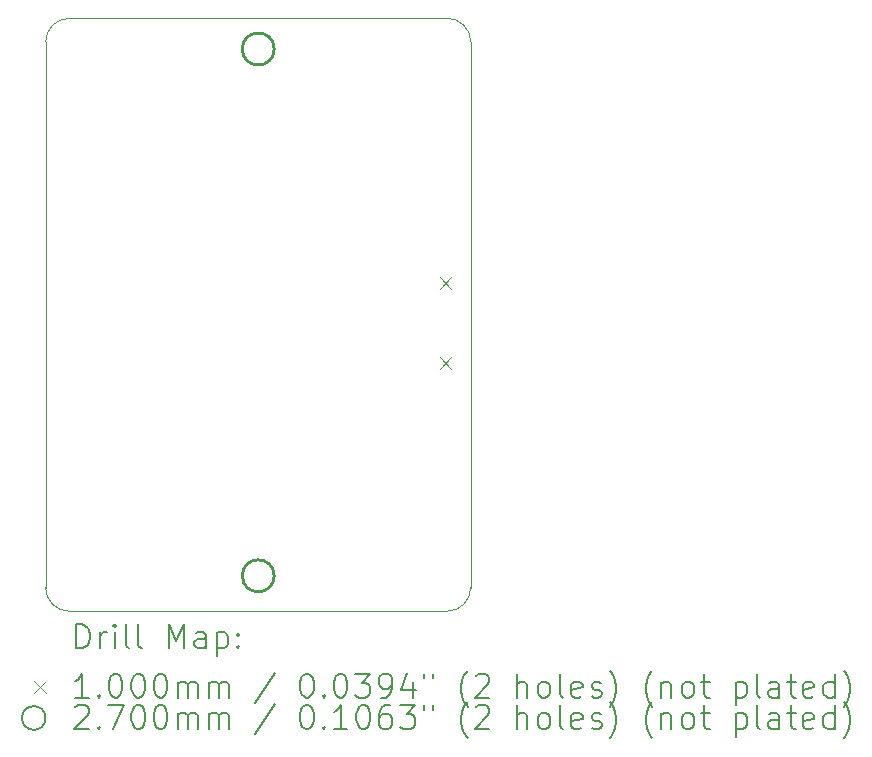
<source format=gbr>
%TF.GenerationSoftware,KiCad,Pcbnew,8.0.2*%
%TF.CreationDate,2024-08-19T18:01:00-05:00*%
%TF.ProjectId,tank,74616e6b-2e6b-4696-9361-645f70636258,rev?*%
%TF.SameCoordinates,Original*%
%TF.FileFunction,Drillmap*%
%TF.FilePolarity,Positive*%
%FSLAX45Y45*%
G04 Gerber Fmt 4.5, Leading zero omitted, Abs format (unit mm)*
G04 Created by KiCad (PCBNEW 8.0.2) date 2024-08-19 18:01:00*
%MOMM*%
%LPD*%
G01*
G04 APERTURE LIST*
%ADD10C,0.000254*%
%ADD11C,0.200000*%
%ADD12C,0.100000*%
%ADD13C,0.270000*%
G04 APERTURE END LIST*
D10*
X20088080Y-8678300D02*
X16888080Y-8678300D01*
X20088080Y-8678300D02*
G75*
G02*
X20288080Y-8878300I0J-200000D01*
G01*
X20288080Y-13498500D02*
X20288080Y-8878300D01*
X20288080Y-13498500D02*
G75*
G02*
X20088080Y-13698500I-200000J0D01*
G01*
X16888080Y-13698500D02*
X20088080Y-13698500D01*
X16888080Y-13698500D02*
G75*
G02*
X16688080Y-13498500I0J200000D01*
G01*
X16688080Y-8878300D02*
X16688080Y-13498500D01*
X16688080Y-8878300D02*
G75*
G02*
X16888080Y-8678300I200000J0D01*
G01*
D11*
D12*
X20023620Y-10867280D02*
X20123620Y-10967280D01*
X20123620Y-10867280D02*
X20023620Y-10967280D01*
X20023620Y-11547280D02*
X20123620Y-11647280D01*
X20123620Y-11547280D02*
X20023620Y-11647280D01*
D13*
X18623660Y-8938260D02*
G75*
G02*
X18353660Y-8938260I-135000J0D01*
G01*
X18353660Y-8938260D02*
G75*
G02*
X18623660Y-8938260I135000J0D01*
G01*
X18623660Y-13398500D02*
G75*
G02*
X18353660Y-13398500I-135000J0D01*
G01*
X18353660Y-13398500D02*
G75*
G02*
X18623660Y-13398500I135000J0D01*
G01*
D11*
X16948844Y-14009996D02*
X16948844Y-13809996D01*
X16948844Y-13809996D02*
X16996463Y-13809996D01*
X16996463Y-13809996D02*
X17025035Y-13819520D01*
X17025035Y-13819520D02*
X17044082Y-13838568D01*
X17044082Y-13838568D02*
X17053606Y-13857615D01*
X17053606Y-13857615D02*
X17063130Y-13895711D01*
X17063130Y-13895711D02*
X17063130Y-13924282D01*
X17063130Y-13924282D02*
X17053606Y-13962377D01*
X17053606Y-13962377D02*
X17044082Y-13981425D01*
X17044082Y-13981425D02*
X17025035Y-14000473D01*
X17025035Y-14000473D02*
X16996463Y-14009996D01*
X16996463Y-14009996D02*
X16948844Y-14009996D01*
X17148844Y-14009996D02*
X17148844Y-13876663D01*
X17148844Y-13914758D02*
X17158368Y-13895711D01*
X17158368Y-13895711D02*
X17167892Y-13886187D01*
X17167892Y-13886187D02*
X17186939Y-13876663D01*
X17186939Y-13876663D02*
X17205987Y-13876663D01*
X17272654Y-14009996D02*
X17272654Y-13876663D01*
X17272654Y-13809996D02*
X17263130Y-13819520D01*
X17263130Y-13819520D02*
X17272654Y-13829044D01*
X17272654Y-13829044D02*
X17282177Y-13819520D01*
X17282177Y-13819520D02*
X17272654Y-13809996D01*
X17272654Y-13809996D02*
X17272654Y-13829044D01*
X17396463Y-14009996D02*
X17377416Y-14000473D01*
X17377416Y-14000473D02*
X17367892Y-13981425D01*
X17367892Y-13981425D02*
X17367892Y-13809996D01*
X17501225Y-14009996D02*
X17482177Y-14000473D01*
X17482177Y-14000473D02*
X17472654Y-13981425D01*
X17472654Y-13981425D02*
X17472654Y-13809996D01*
X17729797Y-14009996D02*
X17729797Y-13809996D01*
X17729797Y-13809996D02*
X17796463Y-13952854D01*
X17796463Y-13952854D02*
X17863130Y-13809996D01*
X17863130Y-13809996D02*
X17863130Y-14009996D01*
X18044082Y-14009996D02*
X18044082Y-13905235D01*
X18044082Y-13905235D02*
X18034558Y-13886187D01*
X18034558Y-13886187D02*
X18015511Y-13876663D01*
X18015511Y-13876663D02*
X17977416Y-13876663D01*
X17977416Y-13876663D02*
X17958368Y-13886187D01*
X18044082Y-14000473D02*
X18025035Y-14009996D01*
X18025035Y-14009996D02*
X17977416Y-14009996D01*
X17977416Y-14009996D02*
X17958368Y-14000473D01*
X17958368Y-14000473D02*
X17948844Y-13981425D01*
X17948844Y-13981425D02*
X17948844Y-13962377D01*
X17948844Y-13962377D02*
X17958368Y-13943330D01*
X17958368Y-13943330D02*
X17977416Y-13933806D01*
X17977416Y-13933806D02*
X18025035Y-13933806D01*
X18025035Y-13933806D02*
X18044082Y-13924282D01*
X18139320Y-13876663D02*
X18139320Y-14076663D01*
X18139320Y-13886187D02*
X18158368Y-13876663D01*
X18158368Y-13876663D02*
X18196463Y-13876663D01*
X18196463Y-13876663D02*
X18215511Y-13886187D01*
X18215511Y-13886187D02*
X18225035Y-13895711D01*
X18225035Y-13895711D02*
X18234558Y-13914758D01*
X18234558Y-13914758D02*
X18234558Y-13971901D01*
X18234558Y-13971901D02*
X18225035Y-13990949D01*
X18225035Y-13990949D02*
X18215511Y-14000473D01*
X18215511Y-14000473D02*
X18196463Y-14009996D01*
X18196463Y-14009996D02*
X18158368Y-14009996D01*
X18158368Y-14009996D02*
X18139320Y-14000473D01*
X18320273Y-13990949D02*
X18329797Y-14000473D01*
X18329797Y-14000473D02*
X18320273Y-14009996D01*
X18320273Y-14009996D02*
X18310749Y-14000473D01*
X18310749Y-14000473D02*
X18320273Y-13990949D01*
X18320273Y-13990949D02*
X18320273Y-14009996D01*
X18320273Y-13886187D02*
X18329797Y-13895711D01*
X18329797Y-13895711D02*
X18320273Y-13905235D01*
X18320273Y-13905235D02*
X18310749Y-13895711D01*
X18310749Y-13895711D02*
X18320273Y-13886187D01*
X18320273Y-13886187D02*
X18320273Y-13905235D01*
D12*
X16588067Y-14288513D02*
X16688067Y-14388513D01*
X16688067Y-14288513D02*
X16588067Y-14388513D01*
D11*
X17053606Y-14429996D02*
X16939320Y-14429996D01*
X16996463Y-14429996D02*
X16996463Y-14229996D01*
X16996463Y-14229996D02*
X16977416Y-14258568D01*
X16977416Y-14258568D02*
X16958368Y-14277615D01*
X16958368Y-14277615D02*
X16939320Y-14287139D01*
X17139320Y-14410949D02*
X17148844Y-14420473D01*
X17148844Y-14420473D02*
X17139320Y-14429996D01*
X17139320Y-14429996D02*
X17129797Y-14420473D01*
X17129797Y-14420473D02*
X17139320Y-14410949D01*
X17139320Y-14410949D02*
X17139320Y-14429996D01*
X17272654Y-14229996D02*
X17291701Y-14229996D01*
X17291701Y-14229996D02*
X17310749Y-14239520D01*
X17310749Y-14239520D02*
X17320273Y-14249044D01*
X17320273Y-14249044D02*
X17329797Y-14268092D01*
X17329797Y-14268092D02*
X17339320Y-14306187D01*
X17339320Y-14306187D02*
X17339320Y-14353806D01*
X17339320Y-14353806D02*
X17329797Y-14391901D01*
X17329797Y-14391901D02*
X17320273Y-14410949D01*
X17320273Y-14410949D02*
X17310749Y-14420473D01*
X17310749Y-14420473D02*
X17291701Y-14429996D01*
X17291701Y-14429996D02*
X17272654Y-14429996D01*
X17272654Y-14429996D02*
X17253606Y-14420473D01*
X17253606Y-14420473D02*
X17244082Y-14410949D01*
X17244082Y-14410949D02*
X17234558Y-14391901D01*
X17234558Y-14391901D02*
X17225035Y-14353806D01*
X17225035Y-14353806D02*
X17225035Y-14306187D01*
X17225035Y-14306187D02*
X17234558Y-14268092D01*
X17234558Y-14268092D02*
X17244082Y-14249044D01*
X17244082Y-14249044D02*
X17253606Y-14239520D01*
X17253606Y-14239520D02*
X17272654Y-14229996D01*
X17463130Y-14229996D02*
X17482178Y-14229996D01*
X17482178Y-14229996D02*
X17501225Y-14239520D01*
X17501225Y-14239520D02*
X17510749Y-14249044D01*
X17510749Y-14249044D02*
X17520273Y-14268092D01*
X17520273Y-14268092D02*
X17529797Y-14306187D01*
X17529797Y-14306187D02*
X17529797Y-14353806D01*
X17529797Y-14353806D02*
X17520273Y-14391901D01*
X17520273Y-14391901D02*
X17510749Y-14410949D01*
X17510749Y-14410949D02*
X17501225Y-14420473D01*
X17501225Y-14420473D02*
X17482178Y-14429996D01*
X17482178Y-14429996D02*
X17463130Y-14429996D01*
X17463130Y-14429996D02*
X17444082Y-14420473D01*
X17444082Y-14420473D02*
X17434558Y-14410949D01*
X17434558Y-14410949D02*
X17425035Y-14391901D01*
X17425035Y-14391901D02*
X17415511Y-14353806D01*
X17415511Y-14353806D02*
X17415511Y-14306187D01*
X17415511Y-14306187D02*
X17425035Y-14268092D01*
X17425035Y-14268092D02*
X17434558Y-14249044D01*
X17434558Y-14249044D02*
X17444082Y-14239520D01*
X17444082Y-14239520D02*
X17463130Y-14229996D01*
X17653606Y-14229996D02*
X17672654Y-14229996D01*
X17672654Y-14229996D02*
X17691701Y-14239520D01*
X17691701Y-14239520D02*
X17701225Y-14249044D01*
X17701225Y-14249044D02*
X17710749Y-14268092D01*
X17710749Y-14268092D02*
X17720273Y-14306187D01*
X17720273Y-14306187D02*
X17720273Y-14353806D01*
X17720273Y-14353806D02*
X17710749Y-14391901D01*
X17710749Y-14391901D02*
X17701225Y-14410949D01*
X17701225Y-14410949D02*
X17691701Y-14420473D01*
X17691701Y-14420473D02*
X17672654Y-14429996D01*
X17672654Y-14429996D02*
X17653606Y-14429996D01*
X17653606Y-14429996D02*
X17634558Y-14420473D01*
X17634558Y-14420473D02*
X17625035Y-14410949D01*
X17625035Y-14410949D02*
X17615511Y-14391901D01*
X17615511Y-14391901D02*
X17605987Y-14353806D01*
X17605987Y-14353806D02*
X17605987Y-14306187D01*
X17605987Y-14306187D02*
X17615511Y-14268092D01*
X17615511Y-14268092D02*
X17625035Y-14249044D01*
X17625035Y-14249044D02*
X17634558Y-14239520D01*
X17634558Y-14239520D02*
X17653606Y-14229996D01*
X17805987Y-14429996D02*
X17805987Y-14296663D01*
X17805987Y-14315711D02*
X17815511Y-14306187D01*
X17815511Y-14306187D02*
X17834558Y-14296663D01*
X17834558Y-14296663D02*
X17863130Y-14296663D01*
X17863130Y-14296663D02*
X17882178Y-14306187D01*
X17882178Y-14306187D02*
X17891701Y-14325235D01*
X17891701Y-14325235D02*
X17891701Y-14429996D01*
X17891701Y-14325235D02*
X17901225Y-14306187D01*
X17901225Y-14306187D02*
X17920273Y-14296663D01*
X17920273Y-14296663D02*
X17948844Y-14296663D01*
X17948844Y-14296663D02*
X17967892Y-14306187D01*
X17967892Y-14306187D02*
X17977416Y-14325235D01*
X17977416Y-14325235D02*
X17977416Y-14429996D01*
X18072654Y-14429996D02*
X18072654Y-14296663D01*
X18072654Y-14315711D02*
X18082178Y-14306187D01*
X18082178Y-14306187D02*
X18101225Y-14296663D01*
X18101225Y-14296663D02*
X18129797Y-14296663D01*
X18129797Y-14296663D02*
X18148844Y-14306187D01*
X18148844Y-14306187D02*
X18158368Y-14325235D01*
X18158368Y-14325235D02*
X18158368Y-14429996D01*
X18158368Y-14325235D02*
X18167892Y-14306187D01*
X18167892Y-14306187D02*
X18186939Y-14296663D01*
X18186939Y-14296663D02*
X18215511Y-14296663D01*
X18215511Y-14296663D02*
X18234559Y-14306187D01*
X18234559Y-14306187D02*
X18244082Y-14325235D01*
X18244082Y-14325235D02*
X18244082Y-14429996D01*
X18634559Y-14220473D02*
X18463130Y-14477615D01*
X18891701Y-14229996D02*
X18910749Y-14229996D01*
X18910749Y-14229996D02*
X18929797Y-14239520D01*
X18929797Y-14239520D02*
X18939321Y-14249044D01*
X18939321Y-14249044D02*
X18948844Y-14268092D01*
X18948844Y-14268092D02*
X18958368Y-14306187D01*
X18958368Y-14306187D02*
X18958368Y-14353806D01*
X18958368Y-14353806D02*
X18948844Y-14391901D01*
X18948844Y-14391901D02*
X18939321Y-14410949D01*
X18939321Y-14410949D02*
X18929797Y-14420473D01*
X18929797Y-14420473D02*
X18910749Y-14429996D01*
X18910749Y-14429996D02*
X18891701Y-14429996D01*
X18891701Y-14429996D02*
X18872654Y-14420473D01*
X18872654Y-14420473D02*
X18863130Y-14410949D01*
X18863130Y-14410949D02*
X18853606Y-14391901D01*
X18853606Y-14391901D02*
X18844082Y-14353806D01*
X18844082Y-14353806D02*
X18844082Y-14306187D01*
X18844082Y-14306187D02*
X18853606Y-14268092D01*
X18853606Y-14268092D02*
X18863130Y-14249044D01*
X18863130Y-14249044D02*
X18872654Y-14239520D01*
X18872654Y-14239520D02*
X18891701Y-14229996D01*
X19044082Y-14410949D02*
X19053606Y-14420473D01*
X19053606Y-14420473D02*
X19044082Y-14429996D01*
X19044082Y-14429996D02*
X19034559Y-14420473D01*
X19034559Y-14420473D02*
X19044082Y-14410949D01*
X19044082Y-14410949D02*
X19044082Y-14429996D01*
X19177416Y-14229996D02*
X19196463Y-14229996D01*
X19196463Y-14229996D02*
X19215511Y-14239520D01*
X19215511Y-14239520D02*
X19225035Y-14249044D01*
X19225035Y-14249044D02*
X19234559Y-14268092D01*
X19234559Y-14268092D02*
X19244082Y-14306187D01*
X19244082Y-14306187D02*
X19244082Y-14353806D01*
X19244082Y-14353806D02*
X19234559Y-14391901D01*
X19234559Y-14391901D02*
X19225035Y-14410949D01*
X19225035Y-14410949D02*
X19215511Y-14420473D01*
X19215511Y-14420473D02*
X19196463Y-14429996D01*
X19196463Y-14429996D02*
X19177416Y-14429996D01*
X19177416Y-14429996D02*
X19158368Y-14420473D01*
X19158368Y-14420473D02*
X19148844Y-14410949D01*
X19148844Y-14410949D02*
X19139321Y-14391901D01*
X19139321Y-14391901D02*
X19129797Y-14353806D01*
X19129797Y-14353806D02*
X19129797Y-14306187D01*
X19129797Y-14306187D02*
X19139321Y-14268092D01*
X19139321Y-14268092D02*
X19148844Y-14249044D01*
X19148844Y-14249044D02*
X19158368Y-14239520D01*
X19158368Y-14239520D02*
X19177416Y-14229996D01*
X19310749Y-14229996D02*
X19434559Y-14229996D01*
X19434559Y-14229996D02*
X19367892Y-14306187D01*
X19367892Y-14306187D02*
X19396463Y-14306187D01*
X19396463Y-14306187D02*
X19415511Y-14315711D01*
X19415511Y-14315711D02*
X19425035Y-14325235D01*
X19425035Y-14325235D02*
X19434559Y-14344282D01*
X19434559Y-14344282D02*
X19434559Y-14391901D01*
X19434559Y-14391901D02*
X19425035Y-14410949D01*
X19425035Y-14410949D02*
X19415511Y-14420473D01*
X19415511Y-14420473D02*
X19396463Y-14429996D01*
X19396463Y-14429996D02*
X19339321Y-14429996D01*
X19339321Y-14429996D02*
X19320273Y-14420473D01*
X19320273Y-14420473D02*
X19310749Y-14410949D01*
X19529797Y-14429996D02*
X19567892Y-14429996D01*
X19567892Y-14429996D02*
X19586940Y-14420473D01*
X19586940Y-14420473D02*
X19596463Y-14410949D01*
X19596463Y-14410949D02*
X19615511Y-14382377D01*
X19615511Y-14382377D02*
X19625035Y-14344282D01*
X19625035Y-14344282D02*
X19625035Y-14268092D01*
X19625035Y-14268092D02*
X19615511Y-14249044D01*
X19615511Y-14249044D02*
X19605987Y-14239520D01*
X19605987Y-14239520D02*
X19586940Y-14229996D01*
X19586940Y-14229996D02*
X19548844Y-14229996D01*
X19548844Y-14229996D02*
X19529797Y-14239520D01*
X19529797Y-14239520D02*
X19520273Y-14249044D01*
X19520273Y-14249044D02*
X19510749Y-14268092D01*
X19510749Y-14268092D02*
X19510749Y-14315711D01*
X19510749Y-14315711D02*
X19520273Y-14334758D01*
X19520273Y-14334758D02*
X19529797Y-14344282D01*
X19529797Y-14344282D02*
X19548844Y-14353806D01*
X19548844Y-14353806D02*
X19586940Y-14353806D01*
X19586940Y-14353806D02*
X19605987Y-14344282D01*
X19605987Y-14344282D02*
X19615511Y-14334758D01*
X19615511Y-14334758D02*
X19625035Y-14315711D01*
X19796463Y-14296663D02*
X19796463Y-14429996D01*
X19748844Y-14220473D02*
X19701225Y-14363330D01*
X19701225Y-14363330D02*
X19825035Y-14363330D01*
X19891702Y-14229996D02*
X19891702Y-14268092D01*
X19967892Y-14229996D02*
X19967892Y-14268092D01*
X20263130Y-14506187D02*
X20253606Y-14496663D01*
X20253606Y-14496663D02*
X20234559Y-14468092D01*
X20234559Y-14468092D02*
X20225035Y-14449044D01*
X20225035Y-14449044D02*
X20215511Y-14420473D01*
X20215511Y-14420473D02*
X20205987Y-14372854D01*
X20205987Y-14372854D02*
X20205987Y-14334758D01*
X20205987Y-14334758D02*
X20215511Y-14287139D01*
X20215511Y-14287139D02*
X20225035Y-14258568D01*
X20225035Y-14258568D02*
X20234559Y-14239520D01*
X20234559Y-14239520D02*
X20253606Y-14210949D01*
X20253606Y-14210949D02*
X20263130Y-14201425D01*
X20329797Y-14249044D02*
X20339321Y-14239520D01*
X20339321Y-14239520D02*
X20358368Y-14229996D01*
X20358368Y-14229996D02*
X20405987Y-14229996D01*
X20405987Y-14229996D02*
X20425035Y-14239520D01*
X20425035Y-14239520D02*
X20434559Y-14249044D01*
X20434559Y-14249044D02*
X20444083Y-14268092D01*
X20444083Y-14268092D02*
X20444083Y-14287139D01*
X20444083Y-14287139D02*
X20434559Y-14315711D01*
X20434559Y-14315711D02*
X20320273Y-14429996D01*
X20320273Y-14429996D02*
X20444083Y-14429996D01*
X20682178Y-14429996D02*
X20682178Y-14229996D01*
X20767892Y-14429996D02*
X20767892Y-14325235D01*
X20767892Y-14325235D02*
X20758368Y-14306187D01*
X20758368Y-14306187D02*
X20739321Y-14296663D01*
X20739321Y-14296663D02*
X20710749Y-14296663D01*
X20710749Y-14296663D02*
X20691702Y-14306187D01*
X20691702Y-14306187D02*
X20682178Y-14315711D01*
X20891702Y-14429996D02*
X20872654Y-14420473D01*
X20872654Y-14420473D02*
X20863130Y-14410949D01*
X20863130Y-14410949D02*
X20853606Y-14391901D01*
X20853606Y-14391901D02*
X20853606Y-14334758D01*
X20853606Y-14334758D02*
X20863130Y-14315711D01*
X20863130Y-14315711D02*
X20872654Y-14306187D01*
X20872654Y-14306187D02*
X20891702Y-14296663D01*
X20891702Y-14296663D02*
X20920273Y-14296663D01*
X20920273Y-14296663D02*
X20939321Y-14306187D01*
X20939321Y-14306187D02*
X20948845Y-14315711D01*
X20948845Y-14315711D02*
X20958368Y-14334758D01*
X20958368Y-14334758D02*
X20958368Y-14391901D01*
X20958368Y-14391901D02*
X20948845Y-14410949D01*
X20948845Y-14410949D02*
X20939321Y-14420473D01*
X20939321Y-14420473D02*
X20920273Y-14429996D01*
X20920273Y-14429996D02*
X20891702Y-14429996D01*
X21072654Y-14429996D02*
X21053606Y-14420473D01*
X21053606Y-14420473D02*
X21044083Y-14401425D01*
X21044083Y-14401425D02*
X21044083Y-14229996D01*
X21225035Y-14420473D02*
X21205987Y-14429996D01*
X21205987Y-14429996D02*
X21167892Y-14429996D01*
X21167892Y-14429996D02*
X21148845Y-14420473D01*
X21148845Y-14420473D02*
X21139321Y-14401425D01*
X21139321Y-14401425D02*
X21139321Y-14325235D01*
X21139321Y-14325235D02*
X21148845Y-14306187D01*
X21148845Y-14306187D02*
X21167892Y-14296663D01*
X21167892Y-14296663D02*
X21205987Y-14296663D01*
X21205987Y-14296663D02*
X21225035Y-14306187D01*
X21225035Y-14306187D02*
X21234559Y-14325235D01*
X21234559Y-14325235D02*
X21234559Y-14344282D01*
X21234559Y-14344282D02*
X21139321Y-14363330D01*
X21310749Y-14420473D02*
X21329797Y-14429996D01*
X21329797Y-14429996D02*
X21367892Y-14429996D01*
X21367892Y-14429996D02*
X21386940Y-14420473D01*
X21386940Y-14420473D02*
X21396464Y-14401425D01*
X21396464Y-14401425D02*
X21396464Y-14391901D01*
X21396464Y-14391901D02*
X21386940Y-14372854D01*
X21386940Y-14372854D02*
X21367892Y-14363330D01*
X21367892Y-14363330D02*
X21339321Y-14363330D01*
X21339321Y-14363330D02*
X21320273Y-14353806D01*
X21320273Y-14353806D02*
X21310749Y-14334758D01*
X21310749Y-14334758D02*
X21310749Y-14325235D01*
X21310749Y-14325235D02*
X21320273Y-14306187D01*
X21320273Y-14306187D02*
X21339321Y-14296663D01*
X21339321Y-14296663D02*
X21367892Y-14296663D01*
X21367892Y-14296663D02*
X21386940Y-14306187D01*
X21463130Y-14506187D02*
X21472654Y-14496663D01*
X21472654Y-14496663D02*
X21491702Y-14468092D01*
X21491702Y-14468092D02*
X21501226Y-14449044D01*
X21501226Y-14449044D02*
X21510749Y-14420473D01*
X21510749Y-14420473D02*
X21520273Y-14372854D01*
X21520273Y-14372854D02*
X21520273Y-14334758D01*
X21520273Y-14334758D02*
X21510749Y-14287139D01*
X21510749Y-14287139D02*
X21501226Y-14258568D01*
X21501226Y-14258568D02*
X21491702Y-14239520D01*
X21491702Y-14239520D02*
X21472654Y-14210949D01*
X21472654Y-14210949D02*
X21463130Y-14201425D01*
X21825035Y-14506187D02*
X21815511Y-14496663D01*
X21815511Y-14496663D02*
X21796464Y-14468092D01*
X21796464Y-14468092D02*
X21786940Y-14449044D01*
X21786940Y-14449044D02*
X21777416Y-14420473D01*
X21777416Y-14420473D02*
X21767892Y-14372854D01*
X21767892Y-14372854D02*
X21767892Y-14334758D01*
X21767892Y-14334758D02*
X21777416Y-14287139D01*
X21777416Y-14287139D02*
X21786940Y-14258568D01*
X21786940Y-14258568D02*
X21796464Y-14239520D01*
X21796464Y-14239520D02*
X21815511Y-14210949D01*
X21815511Y-14210949D02*
X21825035Y-14201425D01*
X21901226Y-14296663D02*
X21901226Y-14429996D01*
X21901226Y-14315711D02*
X21910749Y-14306187D01*
X21910749Y-14306187D02*
X21929797Y-14296663D01*
X21929797Y-14296663D02*
X21958368Y-14296663D01*
X21958368Y-14296663D02*
X21977416Y-14306187D01*
X21977416Y-14306187D02*
X21986940Y-14325235D01*
X21986940Y-14325235D02*
X21986940Y-14429996D01*
X22110749Y-14429996D02*
X22091702Y-14420473D01*
X22091702Y-14420473D02*
X22082178Y-14410949D01*
X22082178Y-14410949D02*
X22072654Y-14391901D01*
X22072654Y-14391901D02*
X22072654Y-14334758D01*
X22072654Y-14334758D02*
X22082178Y-14315711D01*
X22082178Y-14315711D02*
X22091702Y-14306187D01*
X22091702Y-14306187D02*
X22110749Y-14296663D01*
X22110749Y-14296663D02*
X22139321Y-14296663D01*
X22139321Y-14296663D02*
X22158368Y-14306187D01*
X22158368Y-14306187D02*
X22167892Y-14315711D01*
X22167892Y-14315711D02*
X22177416Y-14334758D01*
X22177416Y-14334758D02*
X22177416Y-14391901D01*
X22177416Y-14391901D02*
X22167892Y-14410949D01*
X22167892Y-14410949D02*
X22158368Y-14420473D01*
X22158368Y-14420473D02*
X22139321Y-14429996D01*
X22139321Y-14429996D02*
X22110749Y-14429996D01*
X22234559Y-14296663D02*
X22310749Y-14296663D01*
X22263130Y-14229996D02*
X22263130Y-14401425D01*
X22263130Y-14401425D02*
X22272654Y-14420473D01*
X22272654Y-14420473D02*
X22291702Y-14429996D01*
X22291702Y-14429996D02*
X22310749Y-14429996D01*
X22529797Y-14296663D02*
X22529797Y-14496663D01*
X22529797Y-14306187D02*
X22548845Y-14296663D01*
X22548845Y-14296663D02*
X22586940Y-14296663D01*
X22586940Y-14296663D02*
X22605987Y-14306187D01*
X22605987Y-14306187D02*
X22615511Y-14315711D01*
X22615511Y-14315711D02*
X22625035Y-14334758D01*
X22625035Y-14334758D02*
X22625035Y-14391901D01*
X22625035Y-14391901D02*
X22615511Y-14410949D01*
X22615511Y-14410949D02*
X22605987Y-14420473D01*
X22605987Y-14420473D02*
X22586940Y-14429996D01*
X22586940Y-14429996D02*
X22548845Y-14429996D01*
X22548845Y-14429996D02*
X22529797Y-14420473D01*
X22739321Y-14429996D02*
X22720273Y-14420473D01*
X22720273Y-14420473D02*
X22710749Y-14401425D01*
X22710749Y-14401425D02*
X22710749Y-14229996D01*
X22901226Y-14429996D02*
X22901226Y-14325235D01*
X22901226Y-14325235D02*
X22891702Y-14306187D01*
X22891702Y-14306187D02*
X22872654Y-14296663D01*
X22872654Y-14296663D02*
X22834559Y-14296663D01*
X22834559Y-14296663D02*
X22815511Y-14306187D01*
X22901226Y-14420473D02*
X22882178Y-14429996D01*
X22882178Y-14429996D02*
X22834559Y-14429996D01*
X22834559Y-14429996D02*
X22815511Y-14420473D01*
X22815511Y-14420473D02*
X22805987Y-14401425D01*
X22805987Y-14401425D02*
X22805987Y-14382377D01*
X22805987Y-14382377D02*
X22815511Y-14363330D01*
X22815511Y-14363330D02*
X22834559Y-14353806D01*
X22834559Y-14353806D02*
X22882178Y-14353806D01*
X22882178Y-14353806D02*
X22901226Y-14344282D01*
X22967892Y-14296663D02*
X23044083Y-14296663D01*
X22996464Y-14229996D02*
X22996464Y-14401425D01*
X22996464Y-14401425D02*
X23005987Y-14420473D01*
X23005987Y-14420473D02*
X23025035Y-14429996D01*
X23025035Y-14429996D02*
X23044083Y-14429996D01*
X23186940Y-14420473D02*
X23167892Y-14429996D01*
X23167892Y-14429996D02*
X23129797Y-14429996D01*
X23129797Y-14429996D02*
X23110749Y-14420473D01*
X23110749Y-14420473D02*
X23101226Y-14401425D01*
X23101226Y-14401425D02*
X23101226Y-14325235D01*
X23101226Y-14325235D02*
X23110749Y-14306187D01*
X23110749Y-14306187D02*
X23129797Y-14296663D01*
X23129797Y-14296663D02*
X23167892Y-14296663D01*
X23167892Y-14296663D02*
X23186940Y-14306187D01*
X23186940Y-14306187D02*
X23196464Y-14325235D01*
X23196464Y-14325235D02*
X23196464Y-14344282D01*
X23196464Y-14344282D02*
X23101226Y-14363330D01*
X23367892Y-14429996D02*
X23367892Y-14229996D01*
X23367892Y-14420473D02*
X23348845Y-14429996D01*
X23348845Y-14429996D02*
X23310749Y-14429996D01*
X23310749Y-14429996D02*
X23291702Y-14420473D01*
X23291702Y-14420473D02*
X23282178Y-14410949D01*
X23282178Y-14410949D02*
X23272654Y-14391901D01*
X23272654Y-14391901D02*
X23272654Y-14334758D01*
X23272654Y-14334758D02*
X23282178Y-14315711D01*
X23282178Y-14315711D02*
X23291702Y-14306187D01*
X23291702Y-14306187D02*
X23310749Y-14296663D01*
X23310749Y-14296663D02*
X23348845Y-14296663D01*
X23348845Y-14296663D02*
X23367892Y-14306187D01*
X23444083Y-14506187D02*
X23453607Y-14496663D01*
X23453607Y-14496663D02*
X23472654Y-14468092D01*
X23472654Y-14468092D02*
X23482178Y-14449044D01*
X23482178Y-14449044D02*
X23491702Y-14420473D01*
X23491702Y-14420473D02*
X23501226Y-14372854D01*
X23501226Y-14372854D02*
X23501226Y-14334758D01*
X23501226Y-14334758D02*
X23491702Y-14287139D01*
X23491702Y-14287139D02*
X23482178Y-14258568D01*
X23482178Y-14258568D02*
X23472654Y-14239520D01*
X23472654Y-14239520D02*
X23453607Y-14210949D01*
X23453607Y-14210949D02*
X23444083Y-14201425D01*
X16688067Y-14602513D02*
G75*
G02*
X16488067Y-14602513I-100000J0D01*
G01*
X16488067Y-14602513D02*
G75*
G02*
X16688067Y-14602513I100000J0D01*
G01*
X16939320Y-14513044D02*
X16948844Y-14503520D01*
X16948844Y-14503520D02*
X16967892Y-14493996D01*
X16967892Y-14493996D02*
X17015511Y-14493996D01*
X17015511Y-14493996D02*
X17034558Y-14503520D01*
X17034558Y-14503520D02*
X17044082Y-14513044D01*
X17044082Y-14513044D02*
X17053606Y-14532092D01*
X17053606Y-14532092D02*
X17053606Y-14551139D01*
X17053606Y-14551139D02*
X17044082Y-14579711D01*
X17044082Y-14579711D02*
X16929797Y-14693996D01*
X16929797Y-14693996D02*
X17053606Y-14693996D01*
X17139320Y-14674949D02*
X17148844Y-14684473D01*
X17148844Y-14684473D02*
X17139320Y-14693996D01*
X17139320Y-14693996D02*
X17129797Y-14684473D01*
X17129797Y-14684473D02*
X17139320Y-14674949D01*
X17139320Y-14674949D02*
X17139320Y-14693996D01*
X17215511Y-14493996D02*
X17348844Y-14493996D01*
X17348844Y-14493996D02*
X17263130Y-14693996D01*
X17463130Y-14493996D02*
X17482178Y-14493996D01*
X17482178Y-14493996D02*
X17501225Y-14503520D01*
X17501225Y-14503520D02*
X17510749Y-14513044D01*
X17510749Y-14513044D02*
X17520273Y-14532092D01*
X17520273Y-14532092D02*
X17529797Y-14570187D01*
X17529797Y-14570187D02*
X17529797Y-14617806D01*
X17529797Y-14617806D02*
X17520273Y-14655901D01*
X17520273Y-14655901D02*
X17510749Y-14674949D01*
X17510749Y-14674949D02*
X17501225Y-14684473D01*
X17501225Y-14684473D02*
X17482178Y-14693996D01*
X17482178Y-14693996D02*
X17463130Y-14693996D01*
X17463130Y-14693996D02*
X17444082Y-14684473D01*
X17444082Y-14684473D02*
X17434558Y-14674949D01*
X17434558Y-14674949D02*
X17425035Y-14655901D01*
X17425035Y-14655901D02*
X17415511Y-14617806D01*
X17415511Y-14617806D02*
X17415511Y-14570187D01*
X17415511Y-14570187D02*
X17425035Y-14532092D01*
X17425035Y-14532092D02*
X17434558Y-14513044D01*
X17434558Y-14513044D02*
X17444082Y-14503520D01*
X17444082Y-14503520D02*
X17463130Y-14493996D01*
X17653606Y-14493996D02*
X17672654Y-14493996D01*
X17672654Y-14493996D02*
X17691701Y-14503520D01*
X17691701Y-14503520D02*
X17701225Y-14513044D01*
X17701225Y-14513044D02*
X17710749Y-14532092D01*
X17710749Y-14532092D02*
X17720273Y-14570187D01*
X17720273Y-14570187D02*
X17720273Y-14617806D01*
X17720273Y-14617806D02*
X17710749Y-14655901D01*
X17710749Y-14655901D02*
X17701225Y-14674949D01*
X17701225Y-14674949D02*
X17691701Y-14684473D01*
X17691701Y-14684473D02*
X17672654Y-14693996D01*
X17672654Y-14693996D02*
X17653606Y-14693996D01*
X17653606Y-14693996D02*
X17634558Y-14684473D01*
X17634558Y-14684473D02*
X17625035Y-14674949D01*
X17625035Y-14674949D02*
X17615511Y-14655901D01*
X17615511Y-14655901D02*
X17605987Y-14617806D01*
X17605987Y-14617806D02*
X17605987Y-14570187D01*
X17605987Y-14570187D02*
X17615511Y-14532092D01*
X17615511Y-14532092D02*
X17625035Y-14513044D01*
X17625035Y-14513044D02*
X17634558Y-14503520D01*
X17634558Y-14503520D02*
X17653606Y-14493996D01*
X17805987Y-14693996D02*
X17805987Y-14560663D01*
X17805987Y-14579711D02*
X17815511Y-14570187D01*
X17815511Y-14570187D02*
X17834558Y-14560663D01*
X17834558Y-14560663D02*
X17863130Y-14560663D01*
X17863130Y-14560663D02*
X17882178Y-14570187D01*
X17882178Y-14570187D02*
X17891701Y-14589235D01*
X17891701Y-14589235D02*
X17891701Y-14693996D01*
X17891701Y-14589235D02*
X17901225Y-14570187D01*
X17901225Y-14570187D02*
X17920273Y-14560663D01*
X17920273Y-14560663D02*
X17948844Y-14560663D01*
X17948844Y-14560663D02*
X17967892Y-14570187D01*
X17967892Y-14570187D02*
X17977416Y-14589235D01*
X17977416Y-14589235D02*
X17977416Y-14693996D01*
X18072654Y-14693996D02*
X18072654Y-14560663D01*
X18072654Y-14579711D02*
X18082178Y-14570187D01*
X18082178Y-14570187D02*
X18101225Y-14560663D01*
X18101225Y-14560663D02*
X18129797Y-14560663D01*
X18129797Y-14560663D02*
X18148844Y-14570187D01*
X18148844Y-14570187D02*
X18158368Y-14589235D01*
X18158368Y-14589235D02*
X18158368Y-14693996D01*
X18158368Y-14589235D02*
X18167892Y-14570187D01*
X18167892Y-14570187D02*
X18186939Y-14560663D01*
X18186939Y-14560663D02*
X18215511Y-14560663D01*
X18215511Y-14560663D02*
X18234559Y-14570187D01*
X18234559Y-14570187D02*
X18244082Y-14589235D01*
X18244082Y-14589235D02*
X18244082Y-14693996D01*
X18634559Y-14484473D02*
X18463130Y-14741615D01*
X18891701Y-14493996D02*
X18910749Y-14493996D01*
X18910749Y-14493996D02*
X18929797Y-14503520D01*
X18929797Y-14503520D02*
X18939321Y-14513044D01*
X18939321Y-14513044D02*
X18948844Y-14532092D01*
X18948844Y-14532092D02*
X18958368Y-14570187D01*
X18958368Y-14570187D02*
X18958368Y-14617806D01*
X18958368Y-14617806D02*
X18948844Y-14655901D01*
X18948844Y-14655901D02*
X18939321Y-14674949D01*
X18939321Y-14674949D02*
X18929797Y-14684473D01*
X18929797Y-14684473D02*
X18910749Y-14693996D01*
X18910749Y-14693996D02*
X18891701Y-14693996D01*
X18891701Y-14693996D02*
X18872654Y-14684473D01*
X18872654Y-14684473D02*
X18863130Y-14674949D01*
X18863130Y-14674949D02*
X18853606Y-14655901D01*
X18853606Y-14655901D02*
X18844082Y-14617806D01*
X18844082Y-14617806D02*
X18844082Y-14570187D01*
X18844082Y-14570187D02*
X18853606Y-14532092D01*
X18853606Y-14532092D02*
X18863130Y-14513044D01*
X18863130Y-14513044D02*
X18872654Y-14503520D01*
X18872654Y-14503520D02*
X18891701Y-14493996D01*
X19044082Y-14674949D02*
X19053606Y-14684473D01*
X19053606Y-14684473D02*
X19044082Y-14693996D01*
X19044082Y-14693996D02*
X19034559Y-14684473D01*
X19034559Y-14684473D02*
X19044082Y-14674949D01*
X19044082Y-14674949D02*
X19044082Y-14693996D01*
X19244082Y-14693996D02*
X19129797Y-14693996D01*
X19186940Y-14693996D02*
X19186940Y-14493996D01*
X19186940Y-14493996D02*
X19167892Y-14522568D01*
X19167892Y-14522568D02*
X19148844Y-14541615D01*
X19148844Y-14541615D02*
X19129797Y-14551139D01*
X19367892Y-14493996D02*
X19386940Y-14493996D01*
X19386940Y-14493996D02*
X19405987Y-14503520D01*
X19405987Y-14503520D02*
X19415511Y-14513044D01*
X19415511Y-14513044D02*
X19425035Y-14532092D01*
X19425035Y-14532092D02*
X19434559Y-14570187D01*
X19434559Y-14570187D02*
X19434559Y-14617806D01*
X19434559Y-14617806D02*
X19425035Y-14655901D01*
X19425035Y-14655901D02*
X19415511Y-14674949D01*
X19415511Y-14674949D02*
X19405987Y-14684473D01*
X19405987Y-14684473D02*
X19386940Y-14693996D01*
X19386940Y-14693996D02*
X19367892Y-14693996D01*
X19367892Y-14693996D02*
X19348844Y-14684473D01*
X19348844Y-14684473D02*
X19339321Y-14674949D01*
X19339321Y-14674949D02*
X19329797Y-14655901D01*
X19329797Y-14655901D02*
X19320273Y-14617806D01*
X19320273Y-14617806D02*
X19320273Y-14570187D01*
X19320273Y-14570187D02*
X19329797Y-14532092D01*
X19329797Y-14532092D02*
X19339321Y-14513044D01*
X19339321Y-14513044D02*
X19348844Y-14503520D01*
X19348844Y-14503520D02*
X19367892Y-14493996D01*
X19605987Y-14493996D02*
X19567892Y-14493996D01*
X19567892Y-14493996D02*
X19548844Y-14503520D01*
X19548844Y-14503520D02*
X19539321Y-14513044D01*
X19539321Y-14513044D02*
X19520273Y-14541615D01*
X19520273Y-14541615D02*
X19510749Y-14579711D01*
X19510749Y-14579711D02*
X19510749Y-14655901D01*
X19510749Y-14655901D02*
X19520273Y-14674949D01*
X19520273Y-14674949D02*
X19529797Y-14684473D01*
X19529797Y-14684473D02*
X19548844Y-14693996D01*
X19548844Y-14693996D02*
X19586940Y-14693996D01*
X19586940Y-14693996D02*
X19605987Y-14684473D01*
X19605987Y-14684473D02*
X19615511Y-14674949D01*
X19615511Y-14674949D02*
X19625035Y-14655901D01*
X19625035Y-14655901D02*
X19625035Y-14608282D01*
X19625035Y-14608282D02*
X19615511Y-14589235D01*
X19615511Y-14589235D02*
X19605987Y-14579711D01*
X19605987Y-14579711D02*
X19586940Y-14570187D01*
X19586940Y-14570187D02*
X19548844Y-14570187D01*
X19548844Y-14570187D02*
X19529797Y-14579711D01*
X19529797Y-14579711D02*
X19520273Y-14589235D01*
X19520273Y-14589235D02*
X19510749Y-14608282D01*
X19691702Y-14493996D02*
X19815511Y-14493996D01*
X19815511Y-14493996D02*
X19748844Y-14570187D01*
X19748844Y-14570187D02*
X19777416Y-14570187D01*
X19777416Y-14570187D02*
X19796463Y-14579711D01*
X19796463Y-14579711D02*
X19805987Y-14589235D01*
X19805987Y-14589235D02*
X19815511Y-14608282D01*
X19815511Y-14608282D02*
X19815511Y-14655901D01*
X19815511Y-14655901D02*
X19805987Y-14674949D01*
X19805987Y-14674949D02*
X19796463Y-14684473D01*
X19796463Y-14684473D02*
X19777416Y-14693996D01*
X19777416Y-14693996D02*
X19720273Y-14693996D01*
X19720273Y-14693996D02*
X19701225Y-14684473D01*
X19701225Y-14684473D02*
X19691702Y-14674949D01*
X19891702Y-14493996D02*
X19891702Y-14532092D01*
X19967892Y-14493996D02*
X19967892Y-14532092D01*
X20263130Y-14770187D02*
X20253606Y-14760663D01*
X20253606Y-14760663D02*
X20234559Y-14732092D01*
X20234559Y-14732092D02*
X20225035Y-14713044D01*
X20225035Y-14713044D02*
X20215511Y-14684473D01*
X20215511Y-14684473D02*
X20205987Y-14636854D01*
X20205987Y-14636854D02*
X20205987Y-14598758D01*
X20205987Y-14598758D02*
X20215511Y-14551139D01*
X20215511Y-14551139D02*
X20225035Y-14522568D01*
X20225035Y-14522568D02*
X20234559Y-14503520D01*
X20234559Y-14503520D02*
X20253606Y-14474949D01*
X20253606Y-14474949D02*
X20263130Y-14465425D01*
X20329797Y-14513044D02*
X20339321Y-14503520D01*
X20339321Y-14503520D02*
X20358368Y-14493996D01*
X20358368Y-14493996D02*
X20405987Y-14493996D01*
X20405987Y-14493996D02*
X20425035Y-14503520D01*
X20425035Y-14503520D02*
X20434559Y-14513044D01*
X20434559Y-14513044D02*
X20444083Y-14532092D01*
X20444083Y-14532092D02*
X20444083Y-14551139D01*
X20444083Y-14551139D02*
X20434559Y-14579711D01*
X20434559Y-14579711D02*
X20320273Y-14693996D01*
X20320273Y-14693996D02*
X20444083Y-14693996D01*
X20682178Y-14693996D02*
X20682178Y-14493996D01*
X20767892Y-14693996D02*
X20767892Y-14589235D01*
X20767892Y-14589235D02*
X20758368Y-14570187D01*
X20758368Y-14570187D02*
X20739321Y-14560663D01*
X20739321Y-14560663D02*
X20710749Y-14560663D01*
X20710749Y-14560663D02*
X20691702Y-14570187D01*
X20691702Y-14570187D02*
X20682178Y-14579711D01*
X20891702Y-14693996D02*
X20872654Y-14684473D01*
X20872654Y-14684473D02*
X20863130Y-14674949D01*
X20863130Y-14674949D02*
X20853606Y-14655901D01*
X20853606Y-14655901D02*
X20853606Y-14598758D01*
X20853606Y-14598758D02*
X20863130Y-14579711D01*
X20863130Y-14579711D02*
X20872654Y-14570187D01*
X20872654Y-14570187D02*
X20891702Y-14560663D01*
X20891702Y-14560663D02*
X20920273Y-14560663D01*
X20920273Y-14560663D02*
X20939321Y-14570187D01*
X20939321Y-14570187D02*
X20948845Y-14579711D01*
X20948845Y-14579711D02*
X20958368Y-14598758D01*
X20958368Y-14598758D02*
X20958368Y-14655901D01*
X20958368Y-14655901D02*
X20948845Y-14674949D01*
X20948845Y-14674949D02*
X20939321Y-14684473D01*
X20939321Y-14684473D02*
X20920273Y-14693996D01*
X20920273Y-14693996D02*
X20891702Y-14693996D01*
X21072654Y-14693996D02*
X21053606Y-14684473D01*
X21053606Y-14684473D02*
X21044083Y-14665425D01*
X21044083Y-14665425D02*
X21044083Y-14493996D01*
X21225035Y-14684473D02*
X21205987Y-14693996D01*
X21205987Y-14693996D02*
X21167892Y-14693996D01*
X21167892Y-14693996D02*
X21148845Y-14684473D01*
X21148845Y-14684473D02*
X21139321Y-14665425D01*
X21139321Y-14665425D02*
X21139321Y-14589235D01*
X21139321Y-14589235D02*
X21148845Y-14570187D01*
X21148845Y-14570187D02*
X21167892Y-14560663D01*
X21167892Y-14560663D02*
X21205987Y-14560663D01*
X21205987Y-14560663D02*
X21225035Y-14570187D01*
X21225035Y-14570187D02*
X21234559Y-14589235D01*
X21234559Y-14589235D02*
X21234559Y-14608282D01*
X21234559Y-14608282D02*
X21139321Y-14627330D01*
X21310749Y-14684473D02*
X21329797Y-14693996D01*
X21329797Y-14693996D02*
X21367892Y-14693996D01*
X21367892Y-14693996D02*
X21386940Y-14684473D01*
X21386940Y-14684473D02*
X21396464Y-14665425D01*
X21396464Y-14665425D02*
X21396464Y-14655901D01*
X21396464Y-14655901D02*
X21386940Y-14636854D01*
X21386940Y-14636854D02*
X21367892Y-14627330D01*
X21367892Y-14627330D02*
X21339321Y-14627330D01*
X21339321Y-14627330D02*
X21320273Y-14617806D01*
X21320273Y-14617806D02*
X21310749Y-14598758D01*
X21310749Y-14598758D02*
X21310749Y-14589235D01*
X21310749Y-14589235D02*
X21320273Y-14570187D01*
X21320273Y-14570187D02*
X21339321Y-14560663D01*
X21339321Y-14560663D02*
X21367892Y-14560663D01*
X21367892Y-14560663D02*
X21386940Y-14570187D01*
X21463130Y-14770187D02*
X21472654Y-14760663D01*
X21472654Y-14760663D02*
X21491702Y-14732092D01*
X21491702Y-14732092D02*
X21501226Y-14713044D01*
X21501226Y-14713044D02*
X21510749Y-14684473D01*
X21510749Y-14684473D02*
X21520273Y-14636854D01*
X21520273Y-14636854D02*
X21520273Y-14598758D01*
X21520273Y-14598758D02*
X21510749Y-14551139D01*
X21510749Y-14551139D02*
X21501226Y-14522568D01*
X21501226Y-14522568D02*
X21491702Y-14503520D01*
X21491702Y-14503520D02*
X21472654Y-14474949D01*
X21472654Y-14474949D02*
X21463130Y-14465425D01*
X21825035Y-14770187D02*
X21815511Y-14760663D01*
X21815511Y-14760663D02*
X21796464Y-14732092D01*
X21796464Y-14732092D02*
X21786940Y-14713044D01*
X21786940Y-14713044D02*
X21777416Y-14684473D01*
X21777416Y-14684473D02*
X21767892Y-14636854D01*
X21767892Y-14636854D02*
X21767892Y-14598758D01*
X21767892Y-14598758D02*
X21777416Y-14551139D01*
X21777416Y-14551139D02*
X21786940Y-14522568D01*
X21786940Y-14522568D02*
X21796464Y-14503520D01*
X21796464Y-14503520D02*
X21815511Y-14474949D01*
X21815511Y-14474949D02*
X21825035Y-14465425D01*
X21901226Y-14560663D02*
X21901226Y-14693996D01*
X21901226Y-14579711D02*
X21910749Y-14570187D01*
X21910749Y-14570187D02*
X21929797Y-14560663D01*
X21929797Y-14560663D02*
X21958368Y-14560663D01*
X21958368Y-14560663D02*
X21977416Y-14570187D01*
X21977416Y-14570187D02*
X21986940Y-14589235D01*
X21986940Y-14589235D02*
X21986940Y-14693996D01*
X22110749Y-14693996D02*
X22091702Y-14684473D01*
X22091702Y-14684473D02*
X22082178Y-14674949D01*
X22082178Y-14674949D02*
X22072654Y-14655901D01*
X22072654Y-14655901D02*
X22072654Y-14598758D01*
X22072654Y-14598758D02*
X22082178Y-14579711D01*
X22082178Y-14579711D02*
X22091702Y-14570187D01*
X22091702Y-14570187D02*
X22110749Y-14560663D01*
X22110749Y-14560663D02*
X22139321Y-14560663D01*
X22139321Y-14560663D02*
X22158368Y-14570187D01*
X22158368Y-14570187D02*
X22167892Y-14579711D01*
X22167892Y-14579711D02*
X22177416Y-14598758D01*
X22177416Y-14598758D02*
X22177416Y-14655901D01*
X22177416Y-14655901D02*
X22167892Y-14674949D01*
X22167892Y-14674949D02*
X22158368Y-14684473D01*
X22158368Y-14684473D02*
X22139321Y-14693996D01*
X22139321Y-14693996D02*
X22110749Y-14693996D01*
X22234559Y-14560663D02*
X22310749Y-14560663D01*
X22263130Y-14493996D02*
X22263130Y-14665425D01*
X22263130Y-14665425D02*
X22272654Y-14684473D01*
X22272654Y-14684473D02*
X22291702Y-14693996D01*
X22291702Y-14693996D02*
X22310749Y-14693996D01*
X22529797Y-14560663D02*
X22529797Y-14760663D01*
X22529797Y-14570187D02*
X22548845Y-14560663D01*
X22548845Y-14560663D02*
X22586940Y-14560663D01*
X22586940Y-14560663D02*
X22605987Y-14570187D01*
X22605987Y-14570187D02*
X22615511Y-14579711D01*
X22615511Y-14579711D02*
X22625035Y-14598758D01*
X22625035Y-14598758D02*
X22625035Y-14655901D01*
X22625035Y-14655901D02*
X22615511Y-14674949D01*
X22615511Y-14674949D02*
X22605987Y-14684473D01*
X22605987Y-14684473D02*
X22586940Y-14693996D01*
X22586940Y-14693996D02*
X22548845Y-14693996D01*
X22548845Y-14693996D02*
X22529797Y-14684473D01*
X22739321Y-14693996D02*
X22720273Y-14684473D01*
X22720273Y-14684473D02*
X22710749Y-14665425D01*
X22710749Y-14665425D02*
X22710749Y-14493996D01*
X22901226Y-14693996D02*
X22901226Y-14589235D01*
X22901226Y-14589235D02*
X22891702Y-14570187D01*
X22891702Y-14570187D02*
X22872654Y-14560663D01*
X22872654Y-14560663D02*
X22834559Y-14560663D01*
X22834559Y-14560663D02*
X22815511Y-14570187D01*
X22901226Y-14684473D02*
X22882178Y-14693996D01*
X22882178Y-14693996D02*
X22834559Y-14693996D01*
X22834559Y-14693996D02*
X22815511Y-14684473D01*
X22815511Y-14684473D02*
X22805987Y-14665425D01*
X22805987Y-14665425D02*
X22805987Y-14646377D01*
X22805987Y-14646377D02*
X22815511Y-14627330D01*
X22815511Y-14627330D02*
X22834559Y-14617806D01*
X22834559Y-14617806D02*
X22882178Y-14617806D01*
X22882178Y-14617806D02*
X22901226Y-14608282D01*
X22967892Y-14560663D02*
X23044083Y-14560663D01*
X22996464Y-14493996D02*
X22996464Y-14665425D01*
X22996464Y-14665425D02*
X23005987Y-14684473D01*
X23005987Y-14684473D02*
X23025035Y-14693996D01*
X23025035Y-14693996D02*
X23044083Y-14693996D01*
X23186940Y-14684473D02*
X23167892Y-14693996D01*
X23167892Y-14693996D02*
X23129797Y-14693996D01*
X23129797Y-14693996D02*
X23110749Y-14684473D01*
X23110749Y-14684473D02*
X23101226Y-14665425D01*
X23101226Y-14665425D02*
X23101226Y-14589235D01*
X23101226Y-14589235D02*
X23110749Y-14570187D01*
X23110749Y-14570187D02*
X23129797Y-14560663D01*
X23129797Y-14560663D02*
X23167892Y-14560663D01*
X23167892Y-14560663D02*
X23186940Y-14570187D01*
X23186940Y-14570187D02*
X23196464Y-14589235D01*
X23196464Y-14589235D02*
X23196464Y-14608282D01*
X23196464Y-14608282D02*
X23101226Y-14627330D01*
X23367892Y-14693996D02*
X23367892Y-14493996D01*
X23367892Y-14684473D02*
X23348845Y-14693996D01*
X23348845Y-14693996D02*
X23310749Y-14693996D01*
X23310749Y-14693996D02*
X23291702Y-14684473D01*
X23291702Y-14684473D02*
X23282178Y-14674949D01*
X23282178Y-14674949D02*
X23272654Y-14655901D01*
X23272654Y-14655901D02*
X23272654Y-14598758D01*
X23272654Y-14598758D02*
X23282178Y-14579711D01*
X23282178Y-14579711D02*
X23291702Y-14570187D01*
X23291702Y-14570187D02*
X23310749Y-14560663D01*
X23310749Y-14560663D02*
X23348845Y-14560663D01*
X23348845Y-14560663D02*
X23367892Y-14570187D01*
X23444083Y-14770187D02*
X23453607Y-14760663D01*
X23453607Y-14760663D02*
X23472654Y-14732092D01*
X23472654Y-14732092D02*
X23482178Y-14713044D01*
X23482178Y-14713044D02*
X23491702Y-14684473D01*
X23491702Y-14684473D02*
X23501226Y-14636854D01*
X23501226Y-14636854D02*
X23501226Y-14598758D01*
X23501226Y-14598758D02*
X23491702Y-14551139D01*
X23491702Y-14551139D02*
X23482178Y-14522568D01*
X23482178Y-14522568D02*
X23472654Y-14503520D01*
X23472654Y-14503520D02*
X23453607Y-14474949D01*
X23453607Y-14474949D02*
X23444083Y-14465425D01*
M02*

</source>
